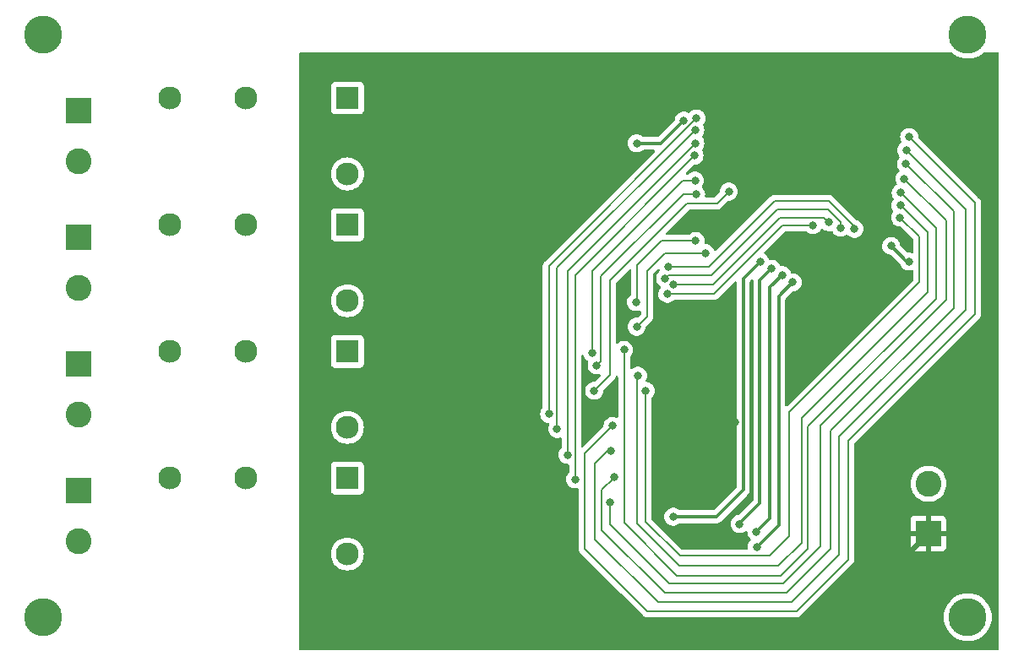
<source format=gbr>
%TF.GenerationSoftware,KiCad,Pcbnew,7.0.6*%
%TF.CreationDate,2023-08-03T00:29:09-04:00*%
%TF.ProjectId,esp32_rele_v1,65737033-325f-4726-956c-655f76312e6b,rev?*%
%TF.SameCoordinates,Original*%
%TF.FileFunction,Copper,L2,Bot*%
%TF.FilePolarity,Positive*%
%FSLAX46Y46*%
G04 Gerber Fmt 4.6, Leading zero omitted, Abs format (unit mm)*
G04 Created by KiCad (PCBNEW 7.0.6) date 2023-08-03 00:29:09*
%MOMM*%
%LPD*%
G01*
G04 APERTURE LIST*
%TA.AperFunction,ComponentPad*%
%ADD10R,2.300000X2.300000*%
%TD*%
%TA.AperFunction,ComponentPad*%
%ADD11C,2.300000*%
%TD*%
%TA.AperFunction,ComponentPad*%
%ADD12R,2.600000X2.600000*%
%TD*%
%TA.AperFunction,ComponentPad*%
%ADD13C,2.600000*%
%TD*%
%TA.AperFunction,ComponentPad*%
%ADD14C,3.800000*%
%TD*%
%TA.AperFunction,ViaPad*%
%ADD15C,0.800000*%
%TD*%
%TA.AperFunction,Conductor*%
%ADD16C,0.300000*%
%TD*%
%TA.AperFunction,Conductor*%
%ADD17C,0.500000*%
%TD*%
%TA.AperFunction,Conductor*%
%ADD18C,0.200000*%
%TD*%
G04 APERTURE END LIST*
D10*
%TO.P,K1,1*%
%TO.N,Net-(D5-K)*%
X34275000Y-22870000D03*
D11*
%TO.P,K1,2*%
%TO.N,/K2-in*%
X24115000Y-22870000D03*
%TO.P,K1,3*%
%TO.N,/K2-out*%
X16495000Y-22870000D03*
%TO.P,K1,5*%
%TO.N,+5V*%
X34275000Y-30490000D03*
%TD*%
D12*
%TO.P,J5,1,Pin_1*%
%TO.N,/K3-out*%
X7315000Y-36870000D03*
D13*
%TO.P,J5,2,Pin_2*%
%TO.N,/K3-in*%
X7315000Y-41870000D03*
%TD*%
D14*
%TO.P,H2,2*%
%TO.N,N/C*%
X96450000Y-3810000D03*
%TD*%
%TO.P,H1,1*%
%TO.N,N/C*%
X3810000Y-3810000D03*
%TD*%
D12*
%TO.P,J1,1,Pin_1*%
%TO.N,GND*%
X92505000Y-53840000D03*
D13*
%TO.P,J1,2,Pin_2*%
%TO.N,/V_EXT*%
X92505000Y-48840000D03*
%TD*%
D10*
%TO.P,K2,1*%
%TO.N,Net-(D10-A)*%
X34275000Y-35570000D03*
D11*
%TO.P,K2,2*%
%TO.N,/K3-in*%
X24115000Y-35570000D03*
%TO.P,K2,3*%
%TO.N,/K3-out*%
X16495000Y-35570000D03*
%TO.P,K2,5*%
%TO.N,+5V*%
X34275000Y-43190000D03*
%TD*%
D12*
%TO.P,J8,1,Pin_1*%
%TO.N,/K2-out*%
X7315000Y-24170000D03*
D13*
%TO.P,J8,2,Pin_2*%
%TO.N,/K2-in*%
X7315000Y-29170000D03*
%TD*%
D12*
%TO.P,J7,1,Pin_1*%
%TO.N,/K1-out*%
X7315000Y-11470000D03*
D13*
%TO.P,J7,2,Pin_2*%
%TO.N,/K1-in*%
X7315000Y-16470000D03*
%TD*%
D10*
%TO.P,K4,1*%
%TO.N,Net-(D12-A)*%
X34275000Y-48270000D03*
D11*
%TO.P,K4,2*%
%TO.N,/K4-in*%
X24115000Y-48270000D03*
%TO.P,K4,3*%
%TO.N,/K4-out*%
X16495000Y-48270000D03*
%TO.P,K4,5*%
%TO.N,+5V*%
X34275000Y-55890000D03*
%TD*%
D14*
%TO.P,H3,3*%
%TO.N,N/C*%
X96450000Y-62230000D03*
%TD*%
D10*
%TO.P,K3,1*%
%TO.N,Net-(D11-A)*%
X34290000Y-10160000D03*
D11*
%TO.P,K3,2*%
%TO.N,/K1-in*%
X24130000Y-10160000D03*
%TO.P,K3,3*%
%TO.N,/K1-out*%
X16510000Y-10160000D03*
%TO.P,K3,5*%
%TO.N,+5V*%
X34290000Y-17780000D03*
%TD*%
D12*
%TO.P,J6,1,Pin_1*%
%TO.N,/K4-out*%
X7315000Y-49570000D03*
D13*
%TO.P,J6,2,Pin_2*%
%TO.N,/K4-in*%
X7315000Y-54570000D03*
%TD*%
D14*
%TO.P,H4,4*%
%TO.N,N/C*%
X3810000Y-62230000D03*
%TD*%
D15*
%TO.N,GND*%
X89712800Y-45821600D03*
X93726000Y-45796200D03*
X83032600Y-18313400D03*
X79768700Y-18313400D03*
X76504800Y-18313400D03*
%TO.N,/GPIO0*%
X90551000Y-26568400D03*
X88773000Y-24993600D03*
%TO.N,/CHIP_PU*%
X63271400Y-14706600D03*
X67983100Y-12433300D03*
%TO.N,GND*%
X70612000Y-63500000D03*
X73152000Y-42672000D03*
X70104000Y-42672000D03*
%TO.N,/GPIO_10*%
X66929000Y-52146200D03*
X75641200Y-26568400D03*
%TO.N,/GPIO_11*%
X76784200Y-27305000D03*
X73583800Y-52882800D03*
%TO.N,/GPIO_12*%
X77851000Y-27914600D03*
X75260200Y-53670200D03*
%TO.N,/GPIO_13*%
X75285600Y-55180000D03*
X78892400Y-28651200D03*
%TO.N,/GPIO_39*%
X60604400Y-50723800D03*
X90093800Y-18262600D03*
%TO.N,/GPIO_40*%
X90246200Y-16764000D03*
X61010800Y-48183800D03*
%TO.N,/GPIO_41*%
X60655200Y-45567600D03*
X90271600Y-15417800D03*
%TO.N,/GPIO_42*%
X60858400Y-43053000D03*
X90576400Y-14071600D03*
%TO.N,/GPIO_35*%
X64185800Y-39547800D03*
X89662000Y-22148800D03*
%TO.N,/GPIO_36*%
X63398400Y-37998400D03*
X89712800Y-20955000D03*
%TO.N,/GPIO_37*%
X89733200Y-19680000D03*
X62001400Y-35433000D03*
%TO.N,/GPIO_19*%
X69164200Y-24511000D03*
X63195200Y-30632400D03*
%TO.N,/GPIO_15*%
X69062600Y-15951200D03*
X57099200Y-48412400D03*
%TO.N,/GPIO_07*%
X69138800Y-14706600D03*
X56337200Y-45948600D03*
%TO.N,/GPIO_06*%
X69138800Y-13360400D03*
X55295800Y-43357800D03*
%TO.N,/GPIO_05*%
X54508400Y-41859200D03*
X69265800Y-12217400D03*
%TO.N,/GPIO_04*%
X72491600Y-19558000D03*
X59004200Y-39522400D03*
%TO.N,/GPIO_18*%
X69215000Y-19812000D03*
X59258200Y-36982400D03*
%TO.N,/GPIO_17*%
X69113400Y-18440400D03*
X58801000Y-35712400D03*
%TO.N,/GPIO_20*%
X70180200Y-25730200D03*
X63271400Y-33096200D03*
%TO.N,/GPIO_14*%
X80924400Y-22910800D03*
X66344800Y-29819600D03*
%TO.N,/GPIO_21*%
X82550000Y-22631400D03*
X66979800Y-28854400D03*
%TO.N,/GPIO_47*%
X66116200Y-28244800D03*
X83718400Y-23164800D03*
%TO.N,/GPIO_48*%
X85090000Y-23291800D03*
X66395600Y-27076400D03*
%TD*%
D16*
%TO.N,/GPIO0*%
X90551000Y-26568400D02*
X90347800Y-26568400D01*
X90347800Y-26568400D02*
X88773000Y-24993600D01*
%TO.N,/CHIP_PU*%
X67983100Y-12433300D02*
X65709800Y-14706600D01*
X65709800Y-14706600D02*
X63271400Y-14706600D01*
D17*
%TO.N,GND*%
X92505000Y-53840000D02*
X82845000Y-63500000D01*
X82845000Y-63500000D02*
X70612000Y-63500000D01*
D16*
%TO.N,/GPIO_10*%
X66929000Y-52146200D02*
X71272400Y-52146200D01*
X73939400Y-28270200D02*
X75641200Y-26568400D01*
X71272400Y-52146200D02*
X73939400Y-49479200D01*
X73939400Y-49479200D02*
X73939400Y-28270200D01*
%TO.N,/GPIO_11*%
X75615800Y-50774600D02*
X73583800Y-52806600D01*
X75615800Y-28473400D02*
X75615800Y-50774600D01*
X76784200Y-27305000D02*
X75615800Y-28473400D01*
X73583800Y-52806600D02*
X73583800Y-52882800D01*
%TO.N,/GPIO_12*%
X76606400Y-52324000D02*
X75260200Y-53670200D01*
X77851000Y-27914600D02*
X76606400Y-29159200D01*
X76606400Y-29159200D02*
X76606400Y-52324000D01*
%TO.N,/GPIO_13*%
X77495400Y-30048200D02*
X77495400Y-52970200D01*
X78892400Y-28651200D02*
X77495400Y-30048200D01*
X77495400Y-52970200D02*
X75285600Y-55180000D01*
D18*
%TO.N,/GPIO_39*%
X94259400Y-30429200D02*
X81661000Y-43027600D01*
X90093800Y-18262600D02*
X94259400Y-22428200D01*
X81661000Y-55143400D02*
X77927200Y-58877200D01*
X60604400Y-52933600D02*
X60604400Y-50723800D01*
X81661000Y-43027600D02*
X81661000Y-55143400D01*
X66548000Y-58877200D02*
X60604400Y-52933600D01*
X77927200Y-58877200D02*
X66548000Y-58877200D01*
X94259400Y-22428200D02*
X94259400Y-30429200D01*
%TO.N,/GPIO_40*%
X61010800Y-48234600D02*
X61010800Y-48183800D01*
X59766200Y-53492400D02*
X59766200Y-49479200D01*
X95021400Y-21539200D02*
X95021400Y-31216600D01*
X95021400Y-31216600D02*
X82727800Y-43510200D01*
X90246200Y-16764000D02*
X95021400Y-21539200D01*
X66065400Y-59791600D02*
X59766200Y-53492400D01*
X78282800Y-59791600D02*
X66065400Y-59791600D01*
X59766200Y-49479200D02*
X61010800Y-48234600D01*
X82727800Y-43510200D02*
X82727800Y-55346600D01*
X82727800Y-55346600D02*
X78282800Y-59791600D01*
%TO.N,/GPIO_41*%
X59080400Y-46786800D02*
X60299600Y-45567600D01*
X83515200Y-55981600D02*
X78790800Y-60706000D01*
X78790800Y-60706000D02*
X65379600Y-60706000D01*
X96215200Y-21361400D02*
X96215200Y-31419800D01*
X83515200Y-44119800D02*
X83515200Y-55981600D01*
X60299600Y-45567600D02*
X60655200Y-45567600D01*
X96215200Y-31419800D02*
X83515200Y-44119800D01*
X65379600Y-60706000D02*
X59080400Y-54406800D01*
X59080400Y-54406800D02*
X59080400Y-46786800D01*
X90271600Y-15417800D02*
X96215200Y-21361400D01*
%TO.N,/GPIO_42*%
X97155000Y-31851600D02*
X84455000Y-44551600D01*
X84455000Y-44551600D02*
X84455000Y-56464200D01*
X79298800Y-61620400D02*
X64312800Y-61620400D01*
X58064400Y-45847000D02*
X60858400Y-43053000D01*
X84455000Y-56464200D02*
X79298800Y-61620400D01*
X58064400Y-55372000D02*
X58064400Y-45847000D01*
X90576400Y-14071600D02*
X97155000Y-20650200D01*
X64312800Y-61620400D02*
X58064400Y-55372000D01*
X97155000Y-20650200D02*
X97155000Y-31851600D01*
%TO.N,/GPIO_35*%
X64135000Y-52628800D02*
X64135000Y-39598600D01*
X78562200Y-41681400D02*
X78562200Y-54076600D01*
X78562200Y-54076600D02*
X76555600Y-56083200D01*
X76555600Y-56083200D02*
X67589400Y-56083200D01*
X89662000Y-22148800D02*
X91592400Y-24079200D01*
X91592400Y-24079200D02*
X91592400Y-28651200D01*
X67589400Y-56083200D02*
X64135000Y-52628800D01*
X64135000Y-39598600D02*
X64185800Y-39547800D01*
X91592400Y-28651200D02*
X78562200Y-41681400D01*
%TO.N,/GPIO_36*%
X67564000Y-57099200D02*
X63296800Y-52832000D01*
X63296800Y-38100000D02*
X63398400Y-37998400D01*
X79781400Y-42240200D02*
X79781400Y-54787800D01*
X79781400Y-54787800D02*
X77470000Y-57099200D01*
X92405200Y-29616400D02*
X79781400Y-42240200D01*
X92405200Y-23647400D02*
X92405200Y-29616400D01*
X77470000Y-57099200D02*
X67564000Y-57099200D01*
X63296800Y-52832000D02*
X63296800Y-38100000D01*
X89712800Y-20955000D02*
X92405200Y-23647400D01*
%TO.N,/GPIO_37*%
X93243400Y-23190200D02*
X93243400Y-30302200D01*
X77724000Y-58064400D02*
X67284600Y-58064400D01*
X93243400Y-30302200D02*
X80416400Y-43129200D01*
X80416400Y-43129200D02*
X80416400Y-55372000D01*
X80416400Y-55372000D02*
X77724000Y-58064400D01*
X89733200Y-19680000D02*
X93243400Y-23190200D01*
X62001400Y-52781200D02*
X62001400Y-35433000D01*
X67284600Y-58064400D02*
X62001400Y-52781200D01*
%TO.N,/GPIO_19*%
X63195200Y-30632400D02*
X63296800Y-30530800D01*
X63296800Y-30505400D02*
X63322200Y-30480000D01*
X65760600Y-24511000D02*
X69164200Y-24511000D01*
X63322200Y-30480000D02*
X63322200Y-26949400D01*
X63296800Y-30530800D02*
X63296800Y-30505400D01*
X63322200Y-26949400D02*
X65760600Y-24511000D01*
%TO.N,/GPIO_15*%
X57099200Y-27914600D02*
X57099200Y-48412400D01*
X69062600Y-15951200D02*
X57099200Y-27914600D01*
%TO.N,/GPIO_07*%
X69138800Y-14706600D02*
X56337200Y-27508200D01*
X56337200Y-27508200D02*
X56337200Y-45948600D01*
%TO.N,/GPIO_06*%
X55295800Y-27203400D02*
X55295800Y-43357800D01*
X69138800Y-13360400D02*
X55295800Y-27203400D01*
%TO.N,/GPIO_05*%
X54457600Y-27025600D02*
X54457600Y-41808400D01*
X54457600Y-41808400D02*
X54508400Y-41859200D01*
X69265800Y-12217400D02*
X54457600Y-27025600D01*
%TO.N,/GPIO_04*%
X68300600Y-20726400D02*
X60579000Y-28448000D01*
X71323200Y-20726400D02*
X68300600Y-20726400D01*
X72491600Y-19558000D02*
X71323200Y-20726400D01*
X60579000Y-28448000D02*
X60579000Y-37947600D01*
X60579000Y-37947600D02*
X59004200Y-39522400D01*
%TO.N,/GPIO_18*%
X59690000Y-28067000D02*
X59690000Y-36550600D01*
X59690000Y-36550600D02*
X59258200Y-36982400D01*
X67945000Y-19812000D02*
X59690000Y-28067000D01*
X69215000Y-19812000D02*
X67945000Y-19812000D01*
%TO.N,/GPIO_17*%
X69113400Y-18440400D02*
X67894200Y-18440400D01*
X67894200Y-18440400D02*
X58826400Y-27508200D01*
X58826400Y-27508200D02*
X58826400Y-35687000D01*
X58826400Y-35687000D02*
X58801000Y-35712400D01*
%TO.N,/GPIO_20*%
X70180200Y-25730200D02*
X66103500Y-25730200D01*
X64312800Y-32105600D02*
X63322200Y-33096200D01*
X64312800Y-27520900D02*
X64312800Y-32105600D01*
X66103500Y-25730200D02*
X64312800Y-27520900D01*
X63322200Y-33096200D02*
X63271400Y-33096200D01*
%TO.N,/GPIO_14*%
X77901800Y-22910800D02*
X80924400Y-22910800D01*
X70993000Y-29819600D02*
X77901800Y-22910800D01*
X66344800Y-29819600D02*
X70993000Y-29819600D01*
%TO.N,/GPIO_21*%
X70916800Y-28854400D02*
X77622400Y-22148800D01*
X66979800Y-28854400D02*
X70916800Y-28854400D01*
X82473800Y-22631400D02*
X82550000Y-22631400D01*
X81991200Y-22148800D02*
X82473800Y-22631400D01*
X77622400Y-22148800D02*
X81991200Y-22148800D01*
%TO.N,/GPIO_47*%
X83693000Y-22631400D02*
X83693000Y-23139400D01*
X77393800Y-21336000D02*
X82397600Y-21336000D01*
X70764400Y-27965400D02*
X77393800Y-21336000D01*
X66116200Y-28244800D02*
X66395600Y-27965400D01*
X82397600Y-21336000D02*
X83693000Y-22631400D01*
X83693000Y-23139400D02*
X83718400Y-23164800D01*
X66395600Y-27965400D02*
X70764400Y-27965400D01*
%TO.N,/GPIO_48*%
X77089000Y-20472400D02*
X82499200Y-20472400D01*
X82499200Y-20472400D02*
X85090000Y-23063200D01*
X70485000Y-27076400D02*
X77089000Y-20472400D01*
X85090000Y-23063200D02*
X85090000Y-23291800D01*
X66395600Y-27076400D02*
X70485000Y-27076400D01*
%TD*%
%TA.AperFunction,Conductor*%
%TO.N,GND*%
G36*
X65475382Y-27310065D02*
G01*
X65531315Y-27351937D01*
X65549978Y-27387927D01*
X65562929Y-27427784D01*
X65564926Y-27497625D01*
X65528846Y-27557459D01*
X65517889Y-27566419D01*
X65510328Y-27571912D01*
X65383666Y-27712585D01*
X65289021Y-27876515D01*
X65289018Y-27876522D01*
X65235133Y-28042365D01*
X65230526Y-28056544D01*
X65210740Y-28244800D01*
X65230526Y-28433056D01*
X65230527Y-28433059D01*
X65289018Y-28613077D01*
X65289021Y-28613084D01*
X65383667Y-28777016D01*
X65508293Y-28915427D01*
X65510329Y-28917688D01*
X65661771Y-29027717D01*
X65704437Y-29083047D01*
X65710416Y-29152660D01*
X65681037Y-29211006D01*
X65612266Y-29287385D01*
X65517621Y-29451315D01*
X65517618Y-29451322D01*
X65484083Y-29554534D01*
X65459126Y-29631344D01*
X65439340Y-29819600D01*
X65459126Y-30007856D01*
X65459127Y-30007859D01*
X65517618Y-30187877D01*
X65517621Y-30187884D01*
X65612267Y-30351816D01*
X65736689Y-30490000D01*
X65738929Y-30492488D01*
X65892065Y-30603748D01*
X65892070Y-30603751D01*
X66064992Y-30680742D01*
X66064997Y-30680744D01*
X66250154Y-30720100D01*
X66250155Y-30720100D01*
X66439444Y-30720100D01*
X66439446Y-30720100D01*
X66624603Y-30680744D01*
X66797530Y-30603751D01*
X66950671Y-30492488D01*
X66978908Y-30461127D01*
X67038395Y-30424479D01*
X67071058Y-30420100D01*
X70949572Y-30420100D01*
X70957670Y-30420630D01*
X70993000Y-30425282D01*
X70993001Y-30425282D01*
X71045253Y-30418402D01*
X71149762Y-30404644D01*
X71295841Y-30344136D01*
X71350493Y-30302200D01*
X71421282Y-30247882D01*
X71442984Y-30219598D01*
X71448310Y-30213523D01*
X73077220Y-28584613D01*
X73138542Y-28551130D01*
X73208234Y-28556114D01*
X73264167Y-28597986D01*
X73288584Y-28663450D01*
X73288900Y-28672296D01*
X73288900Y-49158392D01*
X73269215Y-49225431D01*
X73252581Y-49246073D01*
X71039273Y-51459381D01*
X70977950Y-51492866D01*
X70951592Y-51495700D01*
X67605975Y-51495700D01*
X67538936Y-51476015D01*
X67533090Y-51472018D01*
X67381734Y-51362051D01*
X67381729Y-51362048D01*
X67208807Y-51285057D01*
X67208802Y-51285055D01*
X67063000Y-51254065D01*
X67023646Y-51245700D01*
X66834354Y-51245700D01*
X66801897Y-51252598D01*
X66649197Y-51285055D01*
X66649192Y-51285057D01*
X66476270Y-51362048D01*
X66476265Y-51362051D01*
X66323129Y-51473311D01*
X66196466Y-51613985D01*
X66101821Y-51777915D01*
X66101818Y-51777922D01*
X66043764Y-51956596D01*
X66043326Y-51957944D01*
X66023540Y-52146200D01*
X66043326Y-52334456D01*
X66043327Y-52334459D01*
X66101818Y-52514477D01*
X66101821Y-52514484D01*
X66196467Y-52678416D01*
X66300357Y-52793797D01*
X66323129Y-52819088D01*
X66476265Y-52930348D01*
X66476270Y-52930351D01*
X66649192Y-53007342D01*
X66649197Y-53007344D01*
X66834354Y-53046700D01*
X66834355Y-53046700D01*
X67023644Y-53046700D01*
X67023646Y-53046700D01*
X67208803Y-53007344D01*
X67381730Y-52930351D01*
X67533089Y-52820382D01*
X67598896Y-52796902D01*
X67605975Y-52796700D01*
X71186895Y-52796700D01*
X71202905Y-52798467D01*
X71202928Y-52798226D01*
X71210689Y-52798958D01*
X71210696Y-52798960D01*
X71282603Y-52796700D01*
X71313325Y-52796700D01*
X71320590Y-52795781D01*
X71326416Y-52795322D01*
X71374969Y-52793797D01*
X71395356Y-52787873D01*
X71414396Y-52783931D01*
X71435458Y-52781271D01*
X71480635Y-52763383D01*
X71486135Y-52761500D01*
X71532798Y-52747944D01*
X71551065Y-52737139D01*
X71568536Y-52728580D01*
X71588271Y-52720768D01*
X71627577Y-52692210D01*
X71632443Y-52689013D01*
X71674265Y-52664281D01*
X71689270Y-52649275D01*
X71704068Y-52636636D01*
X71721237Y-52624163D01*
X71752209Y-52586722D01*
X71756123Y-52582421D01*
X74338913Y-49999631D01*
X74351479Y-49989565D01*
X74351325Y-49989378D01*
X74357337Y-49984404D01*
X74357337Y-49984403D01*
X74357340Y-49984402D01*
X74406590Y-49931955D01*
X74428312Y-49910234D01*
X74432802Y-49904444D01*
X74436584Y-49900014D01*
X74469848Y-49864593D01*
X74480074Y-49845989D01*
X74490747Y-49829741D01*
X74503763Y-49812963D01*
X74523051Y-49768387D01*
X74525624Y-49763136D01*
X74532400Y-49750811D01*
X74549027Y-49720568D01*
X74554304Y-49700008D01*
X74560606Y-49681603D01*
X74569036Y-49662126D01*
X74576635Y-49614145D01*
X74577817Y-49608434D01*
X74589900Y-49561377D01*
X74589900Y-49540154D01*
X74591427Y-49520755D01*
X74594747Y-49499795D01*
X74590175Y-49451427D01*
X74589900Y-49445589D01*
X74589900Y-28591008D01*
X74609585Y-28523969D01*
X74626213Y-28503332D01*
X74749621Y-28379924D01*
X74810940Y-28346442D01*
X74880632Y-28351426D01*
X74936566Y-28393297D01*
X74960749Y-28455937D01*
X74965025Y-28501167D01*
X74965300Y-28507005D01*
X74965300Y-50453790D01*
X74945615Y-50520829D01*
X74928981Y-50541471D01*
X73513856Y-51956596D01*
X73452533Y-51990081D01*
X73451957Y-51990205D01*
X73303996Y-52021656D01*
X73303992Y-52021657D01*
X73131070Y-52098648D01*
X73131065Y-52098651D01*
X72977929Y-52209911D01*
X72851266Y-52350585D01*
X72756621Y-52514515D01*
X72756618Y-52514522D01*
X72698881Y-52692219D01*
X72698126Y-52694544D01*
X72678340Y-52882800D01*
X72698126Y-53071056D01*
X72698127Y-53071059D01*
X72756618Y-53251077D01*
X72756621Y-53251084D01*
X72851267Y-53415016D01*
X72977445Y-53555151D01*
X72977929Y-53555688D01*
X73131065Y-53666948D01*
X73131070Y-53666951D01*
X73303992Y-53743942D01*
X73303997Y-53743944D01*
X73489154Y-53783300D01*
X73489155Y-53783300D01*
X73678444Y-53783300D01*
X73678446Y-53783300D01*
X73863603Y-53743944D01*
X74036530Y-53666951D01*
X74158094Y-53578629D01*
X74223896Y-53555151D01*
X74291950Y-53570976D01*
X74340645Y-53621081D01*
X74354297Y-53665987D01*
X74354739Y-53670200D01*
X74354740Y-53670200D01*
X74374526Y-53858456D01*
X74374527Y-53858459D01*
X74433018Y-54038477D01*
X74433021Y-54038484D01*
X74527667Y-54202416D01*
X74629423Y-54315427D01*
X74654331Y-54343090D01*
X74657766Y-54346183D01*
X74694417Y-54405668D01*
X74693089Y-54475525D01*
X74666947Y-54521307D01*
X74553066Y-54647785D01*
X74458421Y-54811715D01*
X74458418Y-54811722D01*
X74399927Y-54991740D01*
X74399926Y-54991744D01*
X74380140Y-55180000D01*
X74397559Y-55345740D01*
X74384990Y-55414468D01*
X74337258Y-55465492D01*
X74274239Y-55482700D01*
X67889497Y-55482700D01*
X67822458Y-55463015D01*
X67801816Y-55446381D01*
X64771819Y-52416384D01*
X64738334Y-52355061D01*
X64735500Y-52328703D01*
X64735500Y-40324679D01*
X64755185Y-40257640D01*
X64786617Y-40224359D01*
X64791671Y-40220688D01*
X64918333Y-40080016D01*
X65012979Y-39916084D01*
X65071474Y-39736056D01*
X65091260Y-39547800D01*
X65071474Y-39359544D01*
X65012979Y-39179516D01*
X64918333Y-39015584D01*
X64791671Y-38874912D01*
X64756711Y-38849512D01*
X64638534Y-38763651D01*
X64638529Y-38763648D01*
X64465607Y-38686657D01*
X64465602Y-38686655D01*
X64319801Y-38655665D01*
X64280446Y-38647300D01*
X64278340Y-38647300D01*
X64277165Y-38646955D01*
X64273978Y-38646620D01*
X64274039Y-38646037D01*
X64211301Y-38627615D01*
X64165546Y-38574811D01*
X64155602Y-38505653D01*
X64170952Y-38461301D01*
X64194900Y-38419821D01*
X64225579Y-38366684D01*
X64284074Y-38186656D01*
X64303860Y-37998400D01*
X64284074Y-37810144D01*
X64225579Y-37630116D01*
X64130933Y-37466184D01*
X64004271Y-37325512D01*
X64004270Y-37325511D01*
X63851134Y-37214251D01*
X63851129Y-37214248D01*
X63678207Y-37137257D01*
X63678202Y-37137255D01*
X63532401Y-37106265D01*
X63493046Y-37097900D01*
X63303754Y-37097900D01*
X63271297Y-37104798D01*
X63118597Y-37137255D01*
X63118592Y-37137257D01*
X62945670Y-37214248D01*
X62945665Y-37214251D01*
X62798784Y-37320967D01*
X62732978Y-37344447D01*
X62664924Y-37328621D01*
X62616229Y-37278516D01*
X62601899Y-37220649D01*
X62601899Y-36159453D01*
X62621584Y-36092414D01*
X62633749Y-36076481D01*
X62733933Y-35965216D01*
X62828579Y-35801284D01*
X62887074Y-35621256D01*
X62906860Y-35433000D01*
X62887074Y-35244744D01*
X62828579Y-35064716D01*
X62733933Y-34900784D01*
X62607271Y-34760112D01*
X62513940Y-34692303D01*
X62454134Y-34648851D01*
X62454129Y-34648848D01*
X62281207Y-34571857D01*
X62281202Y-34571855D01*
X62135401Y-34540865D01*
X62096046Y-34532500D01*
X61906754Y-34532500D01*
X61874297Y-34539398D01*
X61721597Y-34571855D01*
X61721592Y-34571857D01*
X61548670Y-34648848D01*
X61548665Y-34648851D01*
X61395529Y-34760111D01*
X61390700Y-34764460D01*
X61389871Y-34763539D01*
X61336155Y-34796628D01*
X61266298Y-34795293D01*
X61208252Y-34756402D01*
X61180447Y-34692303D01*
X61179500Y-34677005D01*
X61179500Y-28748097D01*
X61199185Y-28681058D01*
X61215819Y-28660416D01*
X62510019Y-27366216D01*
X62571342Y-27332731D01*
X62641034Y-27337715D01*
X62696967Y-27379587D01*
X62721384Y-27445051D01*
X62721700Y-27453897D01*
X62721700Y-29800158D01*
X62702015Y-29867197D01*
X62670585Y-29900476D01*
X62589329Y-29959511D01*
X62462666Y-30100185D01*
X62368021Y-30264115D01*
X62368018Y-30264122D01*
X62309527Y-30444140D01*
X62309526Y-30444144D01*
X62289740Y-30632400D01*
X62309526Y-30820656D01*
X62309527Y-30820659D01*
X62368018Y-31000677D01*
X62368021Y-31000684D01*
X62462667Y-31164616D01*
X62532005Y-31241623D01*
X62589329Y-31305288D01*
X62742465Y-31416548D01*
X62742470Y-31416551D01*
X62915392Y-31493542D01*
X62915397Y-31493544D01*
X63100554Y-31532900D01*
X63100555Y-31532900D01*
X63289844Y-31532900D01*
X63289846Y-31532900D01*
X63475003Y-31493544D01*
X63537864Y-31465555D01*
X63607113Y-31456270D01*
X63670390Y-31485898D01*
X63707604Y-31545033D01*
X63712300Y-31578835D01*
X63712300Y-31805502D01*
X63692615Y-31872541D01*
X63675981Y-31893183D01*
X63409783Y-32159381D01*
X63348460Y-32192866D01*
X63322102Y-32195700D01*
X63176754Y-32195700D01*
X63144297Y-32202598D01*
X62991597Y-32235055D01*
X62991592Y-32235057D01*
X62818670Y-32312048D01*
X62818665Y-32312051D01*
X62665529Y-32423311D01*
X62538866Y-32563985D01*
X62444221Y-32727915D01*
X62444218Y-32727922D01*
X62385727Y-32907940D01*
X62385726Y-32907944D01*
X62365940Y-33096200D01*
X62385726Y-33284456D01*
X62385727Y-33284459D01*
X62444218Y-33464477D01*
X62444221Y-33464484D01*
X62538867Y-33628416D01*
X62665529Y-33769088D01*
X62818665Y-33880348D01*
X62818670Y-33880351D01*
X62991592Y-33957342D01*
X62991597Y-33957344D01*
X63176754Y-33996700D01*
X63176755Y-33996700D01*
X63366044Y-33996700D01*
X63366046Y-33996700D01*
X63551203Y-33957344D01*
X63724130Y-33880351D01*
X63877271Y-33769088D01*
X64003933Y-33628416D01*
X64098579Y-33464484D01*
X64157074Y-33284456D01*
X64172907Y-33133804D01*
X64199491Y-33069191D01*
X64208538Y-33059095D01*
X64706722Y-32560911D01*
X64712799Y-32555583D01*
X64741082Y-32533882D01*
X64837336Y-32408441D01*
X64897844Y-32262362D01*
X64913300Y-32144961D01*
X64918482Y-32105600D01*
X64913830Y-32070269D01*
X64913300Y-32062171D01*
X64913300Y-27820995D01*
X64932985Y-27753956D01*
X64949614Y-27733319D01*
X65344369Y-27338564D01*
X65405690Y-27305081D01*
X65475382Y-27310065D01*
G37*
%TD.AperFunction*%
%TA.AperFunction,Conductor*%
G36*
X57904903Y-35926219D02*
G01*
X57941631Y-35981614D01*
X57973818Y-36080678D01*
X57973821Y-36080684D01*
X58068467Y-36244616D01*
X58195128Y-36385288D01*
X58195129Y-36385288D01*
X58348265Y-36496548D01*
X58348267Y-36496549D01*
X58348270Y-36496551D01*
X58351933Y-36498182D01*
X58353707Y-36499690D01*
X58353893Y-36499797D01*
X58353873Y-36499830D01*
X58405170Y-36543428D01*
X58425495Y-36610276D01*
X58419432Y-36649780D01*
X58372527Y-36794140D01*
X58372526Y-36794144D01*
X58352740Y-36982400D01*
X58372526Y-37170656D01*
X58372527Y-37170659D01*
X58431018Y-37350677D01*
X58431021Y-37350684D01*
X58525667Y-37514616D01*
X58652329Y-37655287D01*
X58652329Y-37655288D01*
X58805465Y-37766548D01*
X58805470Y-37766551D01*
X58978392Y-37843542D01*
X58978397Y-37843544D01*
X59163554Y-37882900D01*
X59163555Y-37882900D01*
X59352844Y-37882900D01*
X59352846Y-37882900D01*
X59504204Y-37850728D01*
X59573870Y-37856044D01*
X59629604Y-37898181D01*
X59653709Y-37963761D01*
X59638532Y-38031962D01*
X59617665Y-38059699D01*
X59091784Y-38585581D01*
X59030461Y-38619066D01*
X59004103Y-38621900D01*
X58909554Y-38621900D01*
X58882667Y-38627615D01*
X58724397Y-38661255D01*
X58724392Y-38661257D01*
X58551470Y-38738248D01*
X58551465Y-38738251D01*
X58398329Y-38849511D01*
X58271666Y-38990185D01*
X58177021Y-39154115D01*
X58177018Y-39154122D01*
X58118527Y-39334140D01*
X58118526Y-39334144D01*
X58098740Y-39522400D01*
X58118526Y-39710656D01*
X58118527Y-39710659D01*
X58177018Y-39890677D01*
X58177021Y-39890684D01*
X58271667Y-40054616D01*
X58398329Y-40195287D01*
X58398329Y-40195288D01*
X58551465Y-40306548D01*
X58551470Y-40306551D01*
X58724392Y-40383542D01*
X58724397Y-40383544D01*
X58909554Y-40422900D01*
X58909555Y-40422900D01*
X59098844Y-40422900D01*
X59098846Y-40422900D01*
X59284003Y-40383544D01*
X59456930Y-40306551D01*
X59610071Y-40195288D01*
X59736733Y-40054616D01*
X59831379Y-39890684D01*
X59889874Y-39710656D01*
X59909660Y-39522400D01*
X59909660Y-39522397D01*
X59909660Y-39517535D01*
X59929345Y-39450496D01*
X59945974Y-39429859D01*
X60972922Y-38402911D01*
X60978999Y-38397583D01*
X61007282Y-38375882D01*
X61103536Y-38250441D01*
X61162340Y-38108475D01*
X61206178Y-38054074D01*
X61272472Y-38032009D01*
X61340172Y-38049288D01*
X61387783Y-38100425D01*
X61400899Y-38155930D01*
X61400900Y-42117873D01*
X61381215Y-42184912D01*
X61328411Y-42230667D01*
X61259253Y-42240611D01*
X61226464Y-42231152D01*
X61138207Y-42191857D01*
X61138202Y-42191855D01*
X60992400Y-42160865D01*
X60953046Y-42152500D01*
X60763754Y-42152500D01*
X60731297Y-42159398D01*
X60578597Y-42191855D01*
X60578592Y-42191857D01*
X60405670Y-42268848D01*
X60405665Y-42268851D01*
X60252529Y-42380111D01*
X60125866Y-42520785D01*
X60031221Y-42684715D01*
X60031218Y-42684722D01*
X59972727Y-42864740D01*
X59972726Y-42864744D01*
X59959612Y-42989518D01*
X59952940Y-43053002D01*
X59952940Y-43057862D01*
X59933255Y-43124901D01*
X59916621Y-43145543D01*
X57911381Y-45150783D01*
X57850058Y-45184268D01*
X57780366Y-45179284D01*
X57724433Y-45137412D01*
X57700016Y-45071948D01*
X57699700Y-45063102D01*
X57699700Y-36019932D01*
X57719385Y-35952893D01*
X57772189Y-35907138D01*
X57841347Y-35897194D01*
X57904903Y-35926219D01*
G37*
%TD.AperFunction*%
%TA.AperFunction,Conductor*%
G36*
X65982913Y-5607685D02*
G01*
X66003576Y-5624339D01*
X66009617Y-5630383D01*
X66010000Y-5630541D01*
X66010002Y-5630539D01*
X66034616Y-5630524D01*
X66034616Y-5630528D01*
X66034760Y-5630500D01*
X93025240Y-5630500D01*
X93025383Y-5630528D01*
X93025384Y-5630524D01*
X93049997Y-5630539D01*
X93050000Y-5630541D01*
X93050383Y-5630383D01*
X93050383Y-5630381D01*
X93056424Y-5624339D01*
X93117740Y-5590840D01*
X93144126Y-5588000D01*
X94787585Y-5588000D01*
X94854624Y-5607685D01*
X94872465Y-5621605D01*
X94916838Y-5663274D01*
X94916840Y-5663275D01*
X94916845Y-5663280D01*
X95161193Y-5840808D01*
X95161198Y-5840810D01*
X95161205Y-5840816D01*
X95425896Y-5986332D01*
X95425901Y-5986334D01*
X95425903Y-5986335D01*
X95425904Y-5986336D01*
X95706734Y-6097524D01*
X95706737Y-6097525D01*
X95804259Y-6122564D01*
X95999302Y-6172642D01*
X96146039Y-6191179D01*
X96298963Y-6210499D01*
X96298969Y-6210499D01*
X96298973Y-6210500D01*
X96298975Y-6210500D01*
X96601025Y-6210500D01*
X96601027Y-6210500D01*
X96601032Y-6210499D01*
X96601036Y-6210499D01*
X96680591Y-6200448D01*
X96900698Y-6172642D01*
X97193262Y-6097525D01*
X97193265Y-6097524D01*
X97474095Y-5986336D01*
X97474096Y-5986335D01*
X97474094Y-5986335D01*
X97474104Y-5986332D01*
X97738795Y-5840816D01*
X97983162Y-5663274D01*
X98027532Y-5621607D01*
X98089876Y-5590066D01*
X98112415Y-5588000D01*
X99444000Y-5588000D01*
X99511039Y-5607685D01*
X99556794Y-5660489D01*
X99568000Y-5712000D01*
X99568000Y-65408000D01*
X99548315Y-65475039D01*
X99495511Y-65520794D01*
X99444000Y-65532000D01*
X29588000Y-65532000D01*
X29520961Y-65512315D01*
X29475206Y-65459511D01*
X29464000Y-65408000D01*
X29464000Y-62230005D01*
X94044754Y-62230005D01*
X94063718Y-62531446D01*
X94063719Y-62531453D01*
X94120320Y-62828164D01*
X94213659Y-63115431D01*
X94213661Y-63115436D01*
X94342265Y-63388732D01*
X94342268Y-63388738D01*
X94504111Y-63643763D01*
X94696652Y-63876505D01*
X94916836Y-64083272D01*
X94916846Y-64083280D01*
X95161193Y-64260808D01*
X95161198Y-64260810D01*
X95161205Y-64260816D01*
X95425896Y-64406332D01*
X95425901Y-64406334D01*
X95425903Y-64406335D01*
X95425904Y-64406336D01*
X95706734Y-64517524D01*
X95706737Y-64517525D01*
X95804259Y-64542563D01*
X95999302Y-64592642D01*
X96146039Y-64611179D01*
X96298963Y-64630499D01*
X96298969Y-64630499D01*
X96298973Y-64630500D01*
X96298975Y-64630500D01*
X96601025Y-64630500D01*
X96601027Y-64630500D01*
X96601032Y-64630499D01*
X96601036Y-64630499D01*
X96680591Y-64620448D01*
X96900698Y-64592642D01*
X97193262Y-64517525D01*
X97193265Y-64517524D01*
X97474095Y-64406336D01*
X97474096Y-64406335D01*
X97474094Y-64406335D01*
X97474104Y-64406332D01*
X97738795Y-64260816D01*
X97983162Y-64083274D01*
X98203349Y-63876504D01*
X98395885Y-63643768D01*
X98557733Y-63388736D01*
X98686341Y-63115430D01*
X98779681Y-62828160D01*
X98836280Y-62531457D01*
X98855246Y-62230000D01*
X98854673Y-62220900D01*
X98836281Y-61928553D01*
X98836280Y-61928546D01*
X98836280Y-61928543D01*
X98779681Y-61631840D01*
X98686341Y-61344570D01*
X98557733Y-61071264D01*
X98395885Y-60816232D01*
X98203349Y-60583496D01*
X97983162Y-60376726D01*
X97983159Y-60376724D01*
X97983153Y-60376719D01*
X97738806Y-60199191D01*
X97738799Y-60199186D01*
X97738795Y-60199184D01*
X97474104Y-60053668D01*
X97474101Y-60053666D01*
X97474096Y-60053664D01*
X97474095Y-60053663D01*
X97193265Y-59942475D01*
X97193262Y-59942474D01*
X96900695Y-59867357D01*
X96601036Y-59829500D01*
X96601027Y-59829500D01*
X96298973Y-59829500D01*
X96298963Y-59829500D01*
X95999304Y-59867357D01*
X95706737Y-59942474D01*
X95706734Y-59942475D01*
X95425904Y-60053663D01*
X95425903Y-60053664D01*
X95161205Y-60199184D01*
X95161193Y-60199191D01*
X94916846Y-60376719D01*
X94916836Y-60376727D01*
X94696652Y-60583494D01*
X94504111Y-60816236D01*
X94342268Y-61071261D01*
X94342265Y-61071267D01*
X94213661Y-61344563D01*
X94213659Y-61344568D01*
X94120320Y-61631835D01*
X94063719Y-61928546D01*
X94063718Y-61928553D01*
X94044754Y-62229994D01*
X94044754Y-62230005D01*
X29464000Y-62230005D01*
X29464000Y-55889999D01*
X32619396Y-55889999D01*
X32639778Y-56148990D01*
X32700427Y-56401610D01*
X32799843Y-56641623D01*
X32799845Y-56641627D01*
X32799846Y-56641628D01*
X32935588Y-56863140D01*
X33104311Y-57060689D01*
X33301860Y-57229412D01*
X33523372Y-57365154D01*
X33523374Y-57365154D01*
X33523376Y-57365156D01*
X33584693Y-57390554D01*
X33763390Y-57464573D01*
X34016006Y-57525221D01*
X34275000Y-57545604D01*
X34533994Y-57525221D01*
X34786610Y-57464573D01*
X35026628Y-57365154D01*
X35248140Y-57229412D01*
X35445689Y-57060689D01*
X35614412Y-56863140D01*
X35750154Y-56641628D01*
X35849573Y-56401610D01*
X35910221Y-56148994D01*
X35930604Y-55890000D01*
X35910221Y-55631006D01*
X35849573Y-55378390D01*
X35750154Y-55138372D01*
X35614412Y-54916860D01*
X35445689Y-54719311D01*
X35248140Y-54550588D01*
X35026628Y-54414846D01*
X35026627Y-54414845D01*
X35026623Y-54414843D01*
X34853389Y-54343088D01*
X34786610Y-54315427D01*
X34786611Y-54315427D01*
X34545823Y-54257619D01*
X34533994Y-54254779D01*
X34533992Y-54254778D01*
X34533991Y-54254778D01*
X34299189Y-54236299D01*
X34275000Y-54234396D01*
X34274999Y-54234396D01*
X34016009Y-54254778D01*
X33763389Y-54315427D01*
X33523376Y-54414843D01*
X33301859Y-54550588D01*
X33104311Y-54719311D01*
X32935588Y-54916859D01*
X32799843Y-55138376D01*
X32700427Y-55378389D01*
X32639778Y-55631009D01*
X32619396Y-55889999D01*
X29464000Y-55889999D01*
X29464000Y-49467870D01*
X32624500Y-49467870D01*
X32624501Y-49467876D01*
X32630908Y-49527483D01*
X32681202Y-49662328D01*
X32681206Y-49662335D01*
X32767452Y-49777544D01*
X32767455Y-49777547D01*
X32882664Y-49863793D01*
X32882671Y-49863797D01*
X33017517Y-49914091D01*
X33017516Y-49914091D01*
X33024444Y-49914835D01*
X33077127Y-49920500D01*
X35472872Y-49920499D01*
X35532483Y-49914091D01*
X35667331Y-49863796D01*
X35782546Y-49777546D01*
X35868796Y-49662331D01*
X35919091Y-49527483D01*
X35925500Y-49467873D01*
X35925499Y-47072128D01*
X35919091Y-47012517D01*
X35904389Y-46973100D01*
X35868797Y-46877671D01*
X35868793Y-46877664D01*
X35782547Y-46762455D01*
X35782544Y-46762452D01*
X35667335Y-46676206D01*
X35667328Y-46676202D01*
X35532482Y-46625908D01*
X35532483Y-46625908D01*
X35472883Y-46619501D01*
X35472881Y-46619500D01*
X35472873Y-46619500D01*
X35472864Y-46619500D01*
X33077129Y-46619500D01*
X33077123Y-46619501D01*
X33017516Y-46625908D01*
X32882671Y-46676202D01*
X32882664Y-46676206D01*
X32767455Y-46762452D01*
X32767452Y-46762455D01*
X32681206Y-46877664D01*
X32681202Y-46877671D01*
X32630908Y-47012517D01*
X32624501Y-47072116D01*
X32624501Y-47072123D01*
X32624500Y-47072135D01*
X32624500Y-49467870D01*
X29464000Y-49467870D01*
X29464000Y-43190000D01*
X32619396Y-43190000D01*
X32639778Y-43448990D01*
X32700427Y-43701610D01*
X32799843Y-43941623D01*
X32799845Y-43941627D01*
X32799846Y-43941628D01*
X32935588Y-44163140D01*
X33104311Y-44360689D01*
X33301860Y-44529412D01*
X33523372Y-44665154D01*
X33523374Y-44665154D01*
X33523376Y-44665156D01*
X33584693Y-44690554D01*
X33763390Y-44764573D01*
X34016006Y-44825221D01*
X34275000Y-44845604D01*
X34533994Y-44825221D01*
X34786610Y-44764573D01*
X35026628Y-44665154D01*
X35248140Y-44529412D01*
X35445689Y-44360689D01*
X35614412Y-44163140D01*
X35750154Y-43941628D01*
X35849573Y-43701610D01*
X35910221Y-43448994D01*
X35930604Y-43190000D01*
X35910221Y-42931006D01*
X35849573Y-42678390D01*
X35750154Y-42438372D01*
X35614412Y-42216860D01*
X35445689Y-42019311D01*
X35258223Y-41859200D01*
X53602940Y-41859200D01*
X53622726Y-42047456D01*
X53622727Y-42047459D01*
X53681218Y-42227477D01*
X53681221Y-42227484D01*
X53775867Y-42391416D01*
X53892351Y-42520784D01*
X53902529Y-42532088D01*
X54055665Y-42643348D01*
X54055670Y-42643351D01*
X54228592Y-42720342D01*
X54228597Y-42720344D01*
X54413754Y-42759700D01*
X54413755Y-42759700D01*
X54413863Y-42759723D01*
X54475345Y-42792915D01*
X54509121Y-42854078D01*
X54504469Y-42923793D01*
X54495470Y-42943012D01*
X54468620Y-42989518D01*
X54468618Y-42989522D01*
X54424631Y-43124901D01*
X54410126Y-43169544D01*
X54390340Y-43357800D01*
X54410126Y-43546056D01*
X54410127Y-43546059D01*
X54468618Y-43726077D01*
X54468621Y-43726084D01*
X54563267Y-43890016D01*
X54689928Y-44030688D01*
X54689929Y-44030688D01*
X54843065Y-44141948D01*
X54843070Y-44141951D01*
X55015992Y-44218942D01*
X55015997Y-44218944D01*
X55201154Y-44258300D01*
X55201155Y-44258300D01*
X55390444Y-44258300D01*
X55390446Y-44258300D01*
X55518523Y-44231076D01*
X55581960Y-44217593D01*
X55582284Y-44219117D01*
X55644207Y-44217341D01*
X55704045Y-44253413D01*
X55734881Y-44316110D01*
X55736700Y-44337271D01*
X55736700Y-45222147D01*
X55717015Y-45289186D01*
X55704850Y-45305119D01*
X55604666Y-45416385D01*
X55510021Y-45580315D01*
X55510018Y-45580322D01*
X55451527Y-45760340D01*
X55451526Y-45760344D01*
X55431740Y-45948600D01*
X55451526Y-46136856D01*
X55451527Y-46136859D01*
X55510018Y-46316877D01*
X55510021Y-46316884D01*
X55604667Y-46480816D01*
X55729539Y-46619500D01*
X55731329Y-46621488D01*
X55884465Y-46732748D01*
X55884470Y-46732751D01*
X56057392Y-46809742D01*
X56057397Y-46809744D01*
X56242554Y-46849100D01*
X56242555Y-46849100D01*
X56374700Y-46849100D01*
X56441739Y-46868785D01*
X56487494Y-46921589D01*
X56498700Y-46973100D01*
X56498700Y-47685947D01*
X56479015Y-47752986D01*
X56466850Y-47768919D01*
X56366666Y-47880185D01*
X56272021Y-48044115D01*
X56272018Y-48044122D01*
X56226634Y-48183801D01*
X56213526Y-48224144D01*
X56193740Y-48412400D01*
X56213526Y-48600656D01*
X56213527Y-48600659D01*
X56272018Y-48780677D01*
X56272021Y-48780684D01*
X56366667Y-48944616D01*
X56412786Y-48995836D01*
X56493329Y-49085288D01*
X56646465Y-49196548D01*
X56646470Y-49196551D01*
X56819392Y-49273542D01*
X56819397Y-49273544D01*
X57004554Y-49312900D01*
X57004555Y-49312900D01*
X57193844Y-49312900D01*
X57193846Y-49312900D01*
X57314120Y-49287335D01*
X57383785Y-49292651D01*
X57439519Y-49334788D01*
X57463624Y-49400368D01*
X57463899Y-49408625D01*
X57463899Y-55328567D01*
X57463368Y-55336666D01*
X57458718Y-55371998D01*
X57469985Y-55457601D01*
X57469991Y-55457631D01*
X57479356Y-55528760D01*
X57479356Y-55528762D01*
X57522780Y-55633598D01*
X57539864Y-55674841D01*
X57636118Y-55800282D01*
X57664395Y-55821980D01*
X57670485Y-55827320D01*
X61672665Y-59829500D01*
X63857469Y-62014304D01*
X63862822Y-62020407D01*
X63884518Y-62048682D01*
X64010137Y-62145074D01*
X64011832Y-62145712D01*
X64156038Y-62205444D01*
X64234419Y-62215763D01*
X64312799Y-62226082D01*
X64312800Y-62226082D01*
X64348129Y-62221430D01*
X64356228Y-62220900D01*
X79255372Y-62220900D01*
X79263470Y-62221430D01*
X79298800Y-62226082D01*
X79298801Y-62226082D01*
X79351054Y-62219202D01*
X79455562Y-62205444D01*
X79601641Y-62144936D01*
X79727082Y-62048682D01*
X79748783Y-62020399D01*
X79754111Y-62014322D01*
X84848922Y-56919511D01*
X84854999Y-56914183D01*
X84883282Y-56892482D01*
X84979536Y-56767041D01*
X85040044Y-56620962D01*
X85055500Y-56503561D01*
X85060682Y-56464200D01*
X85056030Y-56428869D01*
X85055500Y-56420771D01*
X85055500Y-55187844D01*
X90705000Y-55187844D01*
X90711401Y-55247372D01*
X90711403Y-55247379D01*
X90761645Y-55382086D01*
X90761649Y-55382093D01*
X90847809Y-55497187D01*
X90847812Y-55497190D01*
X90962906Y-55583350D01*
X90962913Y-55583354D01*
X91097620Y-55633596D01*
X91097627Y-55633598D01*
X91157155Y-55639999D01*
X91157172Y-55640000D01*
X92255000Y-55640000D01*
X92255000Y-54444310D01*
X92263817Y-54449158D01*
X92422886Y-54490000D01*
X92545894Y-54490000D01*
X92667933Y-54474583D01*
X92755000Y-54440110D01*
X92755000Y-55640000D01*
X93852828Y-55640000D01*
X93852844Y-55639999D01*
X93912372Y-55633598D01*
X93912379Y-55633596D01*
X94047086Y-55583354D01*
X94047093Y-55583350D01*
X94162187Y-55497190D01*
X94162190Y-55497187D01*
X94248350Y-55382093D01*
X94248354Y-55382086D01*
X94298596Y-55247379D01*
X94298598Y-55247372D01*
X94304999Y-55187844D01*
X94305000Y-55187827D01*
X94305000Y-54090000D01*
X93105728Y-54090000D01*
X93128100Y-54042457D01*
X93158873Y-53881138D01*
X93148561Y-53717234D01*
X93107220Y-53590000D01*
X94305000Y-53590000D01*
X94305000Y-52492172D01*
X94304999Y-52492155D01*
X94298598Y-52432627D01*
X94298596Y-52432620D01*
X94248354Y-52297913D01*
X94248350Y-52297906D01*
X94162190Y-52182812D01*
X94162187Y-52182809D01*
X94047093Y-52096649D01*
X94047086Y-52096645D01*
X93912379Y-52046403D01*
X93912372Y-52046401D01*
X93852844Y-52040000D01*
X92755000Y-52040000D01*
X92755000Y-53235689D01*
X92746183Y-53230842D01*
X92587114Y-53190000D01*
X92464106Y-53190000D01*
X92342067Y-53205417D01*
X92255000Y-53239889D01*
X92255000Y-52040000D01*
X91157155Y-52040000D01*
X91097627Y-52046401D01*
X91097620Y-52046403D01*
X90962913Y-52096645D01*
X90962906Y-52096649D01*
X90847812Y-52182809D01*
X90847809Y-52182812D01*
X90761649Y-52297906D01*
X90761645Y-52297913D01*
X90711403Y-52432620D01*
X90711401Y-52432627D01*
X90705000Y-52492155D01*
X90705000Y-53590000D01*
X91904272Y-53590000D01*
X91881900Y-53637543D01*
X91851127Y-53798862D01*
X91861439Y-53962766D01*
X91902780Y-54090000D01*
X90705000Y-54090000D01*
X90705000Y-55187844D01*
X85055500Y-55187844D01*
X85055500Y-48840004D01*
X90699451Y-48840004D01*
X90719616Y-49109101D01*
X90779664Y-49372188D01*
X90779666Y-49372195D01*
X90872378Y-49608420D01*
X90878257Y-49623398D01*
X91013185Y-49857102D01*
X91118672Y-49989378D01*
X91181442Y-50068089D01*
X91314539Y-50191584D01*
X91379259Y-50251635D01*
X91602226Y-50403651D01*
X91845359Y-50520738D01*
X92103228Y-50600280D01*
X92103229Y-50600280D01*
X92103232Y-50600281D01*
X92370063Y-50640499D01*
X92370068Y-50640499D01*
X92370071Y-50640500D01*
X92370072Y-50640500D01*
X92639928Y-50640500D01*
X92639929Y-50640500D01*
X92639936Y-50640499D01*
X92906767Y-50600281D01*
X92906768Y-50600280D01*
X92906772Y-50600280D01*
X93164641Y-50520738D01*
X93407775Y-50403651D01*
X93630741Y-50251635D01*
X93828561Y-50068085D01*
X93996815Y-49857102D01*
X94131743Y-49623398D01*
X94230334Y-49372195D01*
X94290383Y-49109103D01*
X94302709Y-48944616D01*
X94310549Y-48840004D01*
X94310549Y-48839995D01*
X94290383Y-48570898D01*
X94254207Y-48412399D01*
X94230334Y-48307805D01*
X94131743Y-48056602D01*
X93996815Y-47822898D01*
X93828561Y-47611915D01*
X93828560Y-47611914D01*
X93828557Y-47611910D01*
X93630741Y-47428365D01*
X93547721Y-47371763D01*
X93407775Y-47276349D01*
X93407769Y-47276346D01*
X93407768Y-47276345D01*
X93407767Y-47276344D01*
X93164643Y-47159263D01*
X93164645Y-47159263D01*
X92906773Y-47079720D01*
X92906767Y-47079718D01*
X92639936Y-47039500D01*
X92639929Y-47039500D01*
X92370071Y-47039500D01*
X92370063Y-47039500D01*
X92103232Y-47079718D01*
X92103226Y-47079720D01*
X91845358Y-47159262D01*
X91602230Y-47276346D01*
X91379258Y-47428365D01*
X91181442Y-47611910D01*
X91013185Y-47822898D01*
X90878258Y-48056599D01*
X90878256Y-48056603D01*
X90779666Y-48307804D01*
X90779664Y-48307811D01*
X90719616Y-48570898D01*
X90699451Y-48839995D01*
X90699451Y-48840004D01*
X85055500Y-48840004D01*
X85055500Y-44851696D01*
X85075185Y-44784657D01*
X85091814Y-44764020D01*
X97548923Y-32306910D01*
X97554998Y-32301584D01*
X97583282Y-32279882D01*
X97679536Y-32154441D01*
X97740044Y-32008362D01*
X97755500Y-31890961D01*
X97760682Y-31851600D01*
X97756030Y-31816269D01*
X97755500Y-31808171D01*
X97755500Y-20693628D01*
X97756031Y-20685526D01*
X97760682Y-20650199D01*
X97760682Y-20650198D01*
X97740044Y-20493439D01*
X97740042Y-20493434D01*
X97679538Y-20347363D01*
X97679538Y-20347362D01*
X97679536Y-20347359D01*
X97607450Y-20253415D01*
X97590165Y-20230888D01*
X97583283Y-20221918D01*
X97555009Y-20200223D01*
X97548912Y-20194877D01*
X91518179Y-14164143D01*
X91484694Y-14102821D01*
X91481860Y-14076463D01*
X91481860Y-14071602D01*
X91478162Y-14036415D01*
X91462074Y-13883344D01*
X91403579Y-13703316D01*
X91308933Y-13539384D01*
X91182271Y-13398712D01*
X91182270Y-13398711D01*
X91029134Y-13287451D01*
X91029129Y-13287448D01*
X90856207Y-13210457D01*
X90856202Y-13210455D01*
X90710400Y-13179465D01*
X90671046Y-13171100D01*
X90481754Y-13171100D01*
X90449297Y-13177998D01*
X90296597Y-13210455D01*
X90296592Y-13210457D01*
X90123670Y-13287448D01*
X90123665Y-13287451D01*
X89970529Y-13398711D01*
X89843866Y-13539385D01*
X89749221Y-13703315D01*
X89749218Y-13703322D01*
X89703036Y-13845457D01*
X89690726Y-13883344D01*
X89670940Y-14071600D01*
X89690726Y-14259856D01*
X89690727Y-14259859D01*
X89749218Y-14439877D01*
X89749221Y-14439884D01*
X89792789Y-14515346D01*
X89809262Y-14583247D01*
X89786409Y-14649273D01*
X89758288Y-14677664D01*
X89665727Y-14744913D01*
X89539066Y-14885585D01*
X89444421Y-15049515D01*
X89444418Y-15049522D01*
X89385927Y-15229540D01*
X89385926Y-15229544D01*
X89366140Y-15417800D01*
X89385926Y-15606056D01*
X89385927Y-15606059D01*
X89444418Y-15786077D01*
X89444421Y-15786084D01*
X89539067Y-15950016D01*
X89578511Y-15993823D01*
X89608741Y-16056814D01*
X89600116Y-16126150D01*
X89578511Y-16159767D01*
X89513666Y-16231785D01*
X89419021Y-16395715D01*
X89419018Y-16395722D01*
X89390525Y-16483416D01*
X89360526Y-16575744D01*
X89340740Y-16764000D01*
X89360526Y-16952256D01*
X89360527Y-16952259D01*
X89419018Y-17132277D01*
X89419021Y-17132284D01*
X89513667Y-17296216D01*
X89568768Y-17357412D01*
X89571094Y-17359995D01*
X89601324Y-17422986D01*
X89592699Y-17492322D01*
X89551830Y-17543285D01*
X89487927Y-17589713D01*
X89361266Y-17730385D01*
X89266621Y-17894315D01*
X89266618Y-17894322D01*
X89219613Y-18038990D01*
X89208126Y-18074344D01*
X89188340Y-18262600D01*
X89208126Y-18450856D01*
X89208127Y-18450859D01*
X89266618Y-18630877D01*
X89266621Y-18630884D01*
X89322816Y-18728217D01*
X89339289Y-18796118D01*
X89316436Y-18862144D01*
X89284867Y-18890845D01*
X89285727Y-18892029D01*
X89127329Y-19007111D01*
X89000666Y-19147785D01*
X88906021Y-19311715D01*
X88906018Y-19311722D01*
X88863131Y-19443716D01*
X88847526Y-19491744D01*
X88827740Y-19680000D01*
X88847526Y-19868256D01*
X88847527Y-19868259D01*
X88906018Y-20048277D01*
X88906021Y-20048284D01*
X88950832Y-20125900D01*
X89000667Y-20212216D01*
X89010557Y-20223200D01*
X89040786Y-20286191D01*
X89032160Y-20355526D01*
X89010557Y-20389142D01*
X88980270Y-20422778D01*
X88980265Y-20422785D01*
X88885621Y-20586715D01*
X88885618Y-20586722D01*
X88827127Y-20766740D01*
X88827126Y-20766744D01*
X88807340Y-20955000D01*
X88827126Y-21143256D01*
X88827127Y-21143259D01*
X88885618Y-21323277D01*
X88885621Y-21323284D01*
X88960883Y-21453642D01*
X88977356Y-21521543D01*
X88954503Y-21587569D01*
X88945648Y-21598611D01*
X88929472Y-21616576D01*
X88929464Y-21616587D01*
X88834821Y-21780515D01*
X88834818Y-21780522D01*
X88776327Y-21960540D01*
X88776326Y-21960544D01*
X88756540Y-22148800D01*
X88776326Y-22337056D01*
X88776327Y-22337059D01*
X88834818Y-22517077D01*
X88834821Y-22517084D01*
X88929467Y-22681016D01*
X89000211Y-22759585D01*
X89056129Y-22821688D01*
X89209265Y-22932948D01*
X89209270Y-22932951D01*
X89382192Y-23009942D01*
X89382197Y-23009944D01*
X89567354Y-23049300D01*
X89661903Y-23049300D01*
X89728942Y-23068985D01*
X89749584Y-23085619D01*
X90955581Y-24291616D01*
X90989066Y-24352939D01*
X90991900Y-24379297D01*
X90991900Y-25588928D01*
X90972215Y-25655967D01*
X90919411Y-25701722D01*
X90850253Y-25711666D01*
X90836425Y-25708451D01*
X90804767Y-25701722D01*
X90645646Y-25667900D01*
X90456354Y-25667900D01*
X90456352Y-25667900D01*
X90448716Y-25669523D01*
X90379049Y-25664204D01*
X90335259Y-25635913D01*
X89707808Y-25008462D01*
X89674323Y-24947139D01*
X89672168Y-24933741D01*
X89658674Y-24805345D01*
X89658672Y-24805340D01*
X89600179Y-24625316D01*
X89505533Y-24461384D01*
X89378871Y-24320712D01*
X89298522Y-24262335D01*
X89225734Y-24209451D01*
X89225729Y-24209448D01*
X89052807Y-24132457D01*
X89052802Y-24132455D01*
X88907001Y-24101465D01*
X88867646Y-24093100D01*
X88678354Y-24093100D01*
X88645897Y-24099998D01*
X88493197Y-24132455D01*
X88493192Y-24132457D01*
X88320270Y-24209448D01*
X88320265Y-24209451D01*
X88167129Y-24320711D01*
X88040466Y-24461385D01*
X87945821Y-24625315D01*
X87945818Y-24625322D01*
X87921796Y-24699256D01*
X87887326Y-24805344D01*
X87867540Y-24993600D01*
X87887326Y-25181856D01*
X87887327Y-25181859D01*
X87945818Y-25361877D01*
X87945821Y-25361884D01*
X88040467Y-25525816D01*
X88098972Y-25590792D01*
X88167129Y-25666488D01*
X88320265Y-25777748D01*
X88320270Y-25777751D01*
X88493192Y-25854742D01*
X88493197Y-25854744D01*
X88678354Y-25894100D01*
X88702192Y-25894100D01*
X88769231Y-25913785D01*
X88789873Y-25930419D01*
X89667963Y-26808509D01*
X89698213Y-26857872D01*
X89723818Y-26936677D01*
X89723821Y-26936684D01*
X89818467Y-27100616D01*
X89891498Y-27181725D01*
X89945129Y-27241288D01*
X90098265Y-27352548D01*
X90098270Y-27352551D01*
X90271192Y-27429542D01*
X90271197Y-27429544D01*
X90456354Y-27468900D01*
X90456355Y-27468900D01*
X90645644Y-27468900D01*
X90645646Y-27468900D01*
X90773723Y-27441676D01*
X90837160Y-27428193D01*
X90837484Y-27429717D01*
X90899407Y-27427941D01*
X90959245Y-27464013D01*
X90990081Y-27526710D01*
X90991900Y-27547871D01*
X90991900Y-28351102D01*
X90972215Y-28418141D01*
X90955581Y-28438783D01*
X78357581Y-41036783D01*
X78296258Y-41070268D01*
X78226566Y-41065284D01*
X78170633Y-41023412D01*
X78146216Y-40957948D01*
X78145900Y-40949102D01*
X78145900Y-30369008D01*
X78165585Y-30301969D01*
X78182219Y-30281327D01*
X78875527Y-29588019D01*
X78936850Y-29554534D01*
X78963208Y-29551700D01*
X78987044Y-29551700D01*
X78987046Y-29551700D01*
X79172203Y-29512344D01*
X79345130Y-29435351D01*
X79498271Y-29324088D01*
X79624933Y-29183416D01*
X79719579Y-29019484D01*
X79778074Y-28839456D01*
X79797860Y-28651200D01*
X79778074Y-28462944D01*
X79719579Y-28282916D01*
X79624933Y-28118984D01*
X79498271Y-27978312D01*
X79498270Y-27978311D01*
X79345134Y-27867051D01*
X79345129Y-27867048D01*
X79172207Y-27790057D01*
X79172202Y-27790055D01*
X79002364Y-27753956D01*
X78987046Y-27750700D01*
X78834679Y-27750700D01*
X78767640Y-27731015D01*
X78721885Y-27678211D01*
X78716748Y-27665018D01*
X78678181Y-27546322D01*
X78678180Y-27546321D01*
X78678179Y-27546316D01*
X78583533Y-27382384D01*
X78456871Y-27241712D01*
X78456870Y-27241711D01*
X78303734Y-27130451D01*
X78303729Y-27130448D01*
X78130807Y-27053457D01*
X78130802Y-27053455D01*
X77948840Y-27014779D01*
X77945646Y-27014100D01*
X77756354Y-27014100D01*
X77753469Y-27014713D01*
X77751762Y-27014582D01*
X77749896Y-27014779D01*
X77749860Y-27014437D01*
X77683802Y-27009394D01*
X77628070Y-26967255D01*
X77615141Y-26942162D01*
X77614025Y-26942659D01*
X77611380Y-26936720D01*
X77611379Y-26936716D01*
X77516733Y-26772784D01*
X77390071Y-26632112D01*
X77390070Y-26632111D01*
X77236934Y-26520851D01*
X77236929Y-26520848D01*
X77064007Y-26443857D01*
X77064002Y-26443855D01*
X76914404Y-26412058D01*
X76878846Y-26404500D01*
X76689554Y-26404500D01*
X76653994Y-26412058D01*
X76584327Y-26406741D01*
X76528593Y-26364603D01*
X76510283Y-26329084D01*
X76468382Y-26200124D01*
X76468380Y-26200120D01*
X76468379Y-26200116D01*
X76373733Y-26036184D01*
X76247071Y-25895512D01*
X76245128Y-25894100D01*
X76088673Y-25780429D01*
X76089911Y-25778724D01*
X76048497Y-25735275D01*
X76035285Y-25666665D01*
X76061264Y-25601805D01*
X76071032Y-25590801D01*
X78114215Y-23547619D01*
X78175539Y-23514134D01*
X78201897Y-23511300D01*
X80198142Y-23511300D01*
X80265181Y-23530985D01*
X80290291Y-23552327D01*
X80318528Y-23583687D01*
X80318535Y-23583693D01*
X80471665Y-23694948D01*
X80471670Y-23694951D01*
X80644592Y-23771942D01*
X80644597Y-23771944D01*
X80829754Y-23811300D01*
X80829755Y-23811300D01*
X81019044Y-23811300D01*
X81019046Y-23811300D01*
X81204203Y-23771944D01*
X81377130Y-23694951D01*
X81530271Y-23583688D01*
X81656933Y-23443016D01*
X81732606Y-23311945D01*
X81783171Y-23263732D01*
X81851778Y-23250508D01*
X81916643Y-23276476D01*
X81932142Y-23290975D01*
X81944129Y-23304288D01*
X82097265Y-23415548D01*
X82097270Y-23415551D01*
X82270192Y-23492542D01*
X82270197Y-23492544D01*
X82455354Y-23531900D01*
X82455355Y-23531900D01*
X82644644Y-23531900D01*
X82644646Y-23531900D01*
X82775538Y-23504078D01*
X82845204Y-23509394D01*
X82900938Y-23551531D01*
X82908705Y-23563368D01*
X82985865Y-23697014D01*
X83112529Y-23837688D01*
X83265665Y-23948948D01*
X83265670Y-23948951D01*
X83438592Y-24025942D01*
X83438597Y-24025944D01*
X83623754Y-24065300D01*
X83623755Y-24065300D01*
X83813044Y-24065300D01*
X83813046Y-24065300D01*
X83998203Y-24025944D01*
X84171130Y-23948951D01*
X84261455Y-23883326D01*
X84327260Y-23859847D01*
X84395314Y-23875672D01*
X84426487Y-23900670D01*
X84484129Y-23964688D01*
X84484132Y-23964690D01*
X84637265Y-24075948D01*
X84637270Y-24075951D01*
X84810192Y-24152942D01*
X84810197Y-24152944D01*
X84995354Y-24192300D01*
X84995355Y-24192300D01*
X85184644Y-24192300D01*
X85184646Y-24192300D01*
X85369803Y-24152944D01*
X85542730Y-24075951D01*
X85695871Y-23964688D01*
X85822533Y-23824016D01*
X85917179Y-23660084D01*
X85975674Y-23480056D01*
X85995460Y-23291800D01*
X85975674Y-23103544D01*
X85917179Y-22923516D01*
X85822533Y-22759584D01*
X85695871Y-22618912D01*
X85695870Y-22618911D01*
X85542734Y-22507651D01*
X85542729Y-22507648D01*
X85369807Y-22430657D01*
X85369803Y-22430656D01*
X85325582Y-22421256D01*
X85264100Y-22388063D01*
X85263683Y-22387647D01*
X84836576Y-21960540D01*
X82954520Y-20078485D01*
X82949179Y-20072394D01*
X82927482Y-20044118D01*
X82802041Y-19947864D01*
X82749942Y-19926284D01*
X82655962Y-19887356D01*
X82655960Y-19887355D01*
X82538561Y-19871900D01*
X82499200Y-19866718D01*
X82463870Y-19871369D01*
X82455772Y-19871900D01*
X77132428Y-19871900D01*
X77124329Y-19871369D01*
X77089000Y-19866718D01*
X77049639Y-19871900D01*
X76932239Y-19887355D01*
X76932237Y-19887356D01*
X76786157Y-19947864D01*
X76660719Y-20044116D01*
X76639019Y-20072394D01*
X76633668Y-20078496D01*
X71234546Y-25477617D01*
X71173223Y-25511102D01*
X71103531Y-25506118D01*
X71047598Y-25464246D01*
X71028934Y-25428254D01*
X71007381Y-25361922D01*
X71007380Y-25361921D01*
X71007379Y-25361916D01*
X70912733Y-25197984D01*
X70786071Y-25057312D01*
X70786070Y-25057311D01*
X70632934Y-24946051D01*
X70632929Y-24946048D01*
X70460007Y-24869057D01*
X70460002Y-24869055D01*
X70314201Y-24838065D01*
X70274846Y-24829700D01*
X70173879Y-24829700D01*
X70106840Y-24810015D01*
X70061085Y-24757211D01*
X70050558Y-24692741D01*
X70069660Y-24511000D01*
X70049874Y-24322744D01*
X69991379Y-24142716D01*
X69896733Y-23978784D01*
X69770071Y-23838112D01*
X69769932Y-23838011D01*
X69616934Y-23726851D01*
X69616929Y-23726848D01*
X69444007Y-23649857D01*
X69444002Y-23649855D01*
X69298201Y-23618865D01*
X69258846Y-23610500D01*
X69069554Y-23610500D01*
X69037097Y-23617398D01*
X68884397Y-23649855D01*
X68884392Y-23649857D01*
X68711470Y-23726848D01*
X68711465Y-23726851D01*
X68558335Y-23838106D01*
X68558328Y-23838112D01*
X68530091Y-23869473D01*
X68470605Y-23906121D01*
X68437942Y-23910500D01*
X66265098Y-23910500D01*
X66198059Y-23890815D01*
X66152304Y-23838011D01*
X66142360Y-23768853D01*
X66171385Y-23705297D01*
X66177417Y-23698819D01*
X68513017Y-21363219D01*
X68574340Y-21329734D01*
X68600698Y-21326900D01*
X71279772Y-21326900D01*
X71287870Y-21327430D01*
X71323200Y-21332082D01*
X71323201Y-21332082D01*
X71390081Y-21323277D01*
X71479962Y-21311444D01*
X71626041Y-21250936D01*
X71686378Y-21204638D01*
X71751482Y-21154682D01*
X71773184Y-21126398D01*
X71778510Y-21120323D01*
X72404015Y-20494819D01*
X72465339Y-20461334D01*
X72491697Y-20458500D01*
X72586244Y-20458500D01*
X72586246Y-20458500D01*
X72771403Y-20419144D01*
X72944330Y-20342151D01*
X73097471Y-20230888D01*
X73224133Y-20090216D01*
X73318779Y-19926284D01*
X73377274Y-19746256D01*
X73397060Y-19558000D01*
X73377274Y-19369744D01*
X73318779Y-19189716D01*
X73224133Y-19025784D01*
X73097471Y-18885112D01*
X73097470Y-18885111D01*
X72944334Y-18773851D01*
X72944329Y-18773848D01*
X72771407Y-18696857D01*
X72771402Y-18696855D01*
X72625601Y-18665865D01*
X72586246Y-18657500D01*
X72396954Y-18657500D01*
X72364497Y-18664398D01*
X72211797Y-18696855D01*
X72211792Y-18696857D01*
X72038870Y-18773848D01*
X72038865Y-18773851D01*
X71885729Y-18885111D01*
X71759066Y-19025785D01*
X71664421Y-19189715D01*
X71664418Y-19189722D01*
X71610855Y-19354573D01*
X71605926Y-19369744D01*
X71598151Y-19443722D01*
X71586140Y-19558002D01*
X71586140Y-19562862D01*
X71566455Y-19629901D01*
X71549821Y-19650543D01*
X71110784Y-20089581D01*
X71049461Y-20123066D01*
X71023103Y-20125900D01*
X70225184Y-20125900D01*
X70158145Y-20106215D01*
X70112390Y-20053411D01*
X70101863Y-19988939D01*
X70106180Y-19947864D01*
X70120460Y-19812000D01*
X70100674Y-19623744D01*
X70042179Y-19443716D01*
X69947533Y-19279784D01*
X69833152Y-19152751D01*
X69802923Y-19089762D01*
X69811548Y-19020427D01*
X69833150Y-18986811D01*
X69845933Y-18972616D01*
X69940579Y-18808684D01*
X69999074Y-18628656D01*
X70018860Y-18440400D01*
X69999074Y-18252144D01*
X69940579Y-18072116D01*
X69845933Y-17908184D01*
X69719271Y-17767512D01*
X69719132Y-17767411D01*
X69566134Y-17656251D01*
X69566129Y-17656248D01*
X69393207Y-17579257D01*
X69393202Y-17579255D01*
X69223971Y-17543285D01*
X69208046Y-17539900D01*
X69018754Y-17539900D01*
X69002829Y-17543285D01*
X68833597Y-17579255D01*
X68833592Y-17579257D01*
X68660670Y-17656248D01*
X68660665Y-17656251D01*
X68507535Y-17767506D01*
X68507528Y-17767512D01*
X68479291Y-17798873D01*
X68419805Y-17835521D01*
X68387142Y-17839900D01*
X68322497Y-17839900D01*
X68255458Y-17820215D01*
X68209703Y-17767411D01*
X68199759Y-17698253D01*
X68228784Y-17634697D01*
X68234816Y-17628219D01*
X68975016Y-16888019D01*
X69036339Y-16854534D01*
X69062697Y-16851700D01*
X69157244Y-16851700D01*
X69157246Y-16851700D01*
X69342403Y-16812344D01*
X69515330Y-16735351D01*
X69668471Y-16624088D01*
X69795133Y-16483416D01*
X69889779Y-16319484D01*
X69948274Y-16139456D01*
X69968060Y-15951200D01*
X69948274Y-15762944D01*
X69889779Y-15582916D01*
X69806568Y-15438791D01*
X69790096Y-15370892D01*
X69812949Y-15304865D01*
X69821802Y-15293824D01*
X69871333Y-15238816D01*
X69965979Y-15074884D01*
X70024474Y-14894856D01*
X70044260Y-14706600D01*
X70024474Y-14518344D01*
X69965979Y-14338316D01*
X69871333Y-14174384D01*
X69819188Y-14116471D01*
X69788958Y-14053479D01*
X69797583Y-13984144D01*
X69819183Y-13950534D01*
X69871333Y-13892616D01*
X69965979Y-13728684D01*
X70024474Y-13548656D01*
X70044260Y-13360400D01*
X70024474Y-13172144D01*
X69965979Y-12992116D01*
X69938356Y-12944272D01*
X69921884Y-12876374D01*
X69944737Y-12810347D01*
X69953578Y-12799321D01*
X69998333Y-12749616D01*
X70092979Y-12585684D01*
X70151474Y-12405656D01*
X70171260Y-12217400D01*
X70151474Y-12029144D01*
X70092979Y-11849116D01*
X69998333Y-11685184D01*
X69871671Y-11544512D01*
X69855551Y-11532800D01*
X69718534Y-11433251D01*
X69718529Y-11433248D01*
X69545607Y-11356257D01*
X69545602Y-11356255D01*
X69399801Y-11325265D01*
X69360446Y-11316900D01*
X69171154Y-11316900D01*
X69138697Y-11323798D01*
X68985997Y-11356255D01*
X68985992Y-11356257D01*
X68813070Y-11433248D01*
X68813065Y-11433251D01*
X68659929Y-11544511D01*
X68659928Y-11544512D01*
X68588476Y-11623867D01*
X68528989Y-11660515D01*
X68459132Y-11659184D01*
X68441855Y-11651591D01*
X68441766Y-11651792D01*
X68262907Y-11572157D01*
X68262902Y-11572155D01*
X68117101Y-11541165D01*
X68077746Y-11532800D01*
X67888454Y-11532800D01*
X67855997Y-11539698D01*
X67703297Y-11572155D01*
X67703292Y-11572157D01*
X67530370Y-11649148D01*
X67530365Y-11649151D01*
X67377229Y-11760411D01*
X67250566Y-11901085D01*
X67155921Y-12065015D01*
X67155918Y-12065022D01*
X67097427Y-12245039D01*
X67097426Y-12245041D01*
X67083931Y-12373442D01*
X67057346Y-12438057D01*
X67048291Y-12448161D01*
X65476673Y-14019781D01*
X65415350Y-14053266D01*
X65388992Y-14056100D01*
X63948375Y-14056100D01*
X63881336Y-14036415D01*
X63875490Y-14032418D01*
X63724134Y-13922451D01*
X63724129Y-13922448D01*
X63551207Y-13845457D01*
X63551202Y-13845455D01*
X63405400Y-13814465D01*
X63366046Y-13806100D01*
X63176754Y-13806100D01*
X63144297Y-13812998D01*
X62991597Y-13845455D01*
X62991592Y-13845457D01*
X62818670Y-13922448D01*
X62818665Y-13922451D01*
X62665529Y-14033711D01*
X62538866Y-14174385D01*
X62444221Y-14338315D01*
X62444218Y-14338322D01*
X62411219Y-14439884D01*
X62385726Y-14518344D01*
X62365940Y-14706600D01*
X62385726Y-14894856D01*
X62385727Y-14894859D01*
X62444218Y-15074877D01*
X62444221Y-15074884D01*
X62538867Y-15238816D01*
X62598338Y-15304865D01*
X62665529Y-15379488D01*
X62818665Y-15490748D01*
X62818670Y-15490751D01*
X62991592Y-15567742D01*
X62991597Y-15567744D01*
X63176754Y-15607100D01*
X63176755Y-15607100D01*
X63366044Y-15607100D01*
X63366046Y-15607100D01*
X63551203Y-15567744D01*
X63724130Y-15490751D01*
X63875489Y-15380782D01*
X63941296Y-15357302D01*
X63948375Y-15357100D01*
X64977503Y-15357100D01*
X65044542Y-15376785D01*
X65090297Y-15429589D01*
X65100241Y-15498747D01*
X65071216Y-15562303D01*
X65065184Y-15568781D01*
X54063696Y-26570268D01*
X54057594Y-26575619D01*
X54029320Y-26597315D01*
X54029317Y-26597318D01*
X54029318Y-26597318D01*
X53959664Y-26688093D01*
X53939252Y-26714694D01*
X53933063Y-26722760D01*
X53872556Y-26868837D01*
X53872555Y-26868839D01*
X53851918Y-27025598D01*
X53856568Y-27060928D01*
X53857099Y-27069028D01*
X53857100Y-41189165D01*
X53837415Y-41256204D01*
X53825250Y-41272137D01*
X53775870Y-41326978D01*
X53775865Y-41326985D01*
X53681221Y-41490915D01*
X53681218Y-41490922D01*
X53622727Y-41670940D01*
X53622726Y-41670944D01*
X53602940Y-41859200D01*
X35258223Y-41859200D01*
X35248140Y-41850588D01*
X35026628Y-41714846D01*
X35026627Y-41714845D01*
X35026623Y-41714843D01*
X34860627Y-41646086D01*
X34786610Y-41615427D01*
X34786611Y-41615427D01*
X34648921Y-41582370D01*
X34533994Y-41554779D01*
X34533992Y-41554778D01*
X34533991Y-41554778D01*
X34299189Y-41536299D01*
X34275000Y-41534396D01*
X34274999Y-41534396D01*
X34016009Y-41554778D01*
X33763389Y-41615427D01*
X33523376Y-41714843D01*
X33301859Y-41850588D01*
X33104311Y-42019311D01*
X32935588Y-42216859D01*
X32799843Y-42438376D01*
X32700427Y-42678389D01*
X32639778Y-42931009D01*
X32619396Y-43190000D01*
X29464000Y-43190000D01*
X29464000Y-36767870D01*
X32624500Y-36767870D01*
X32624501Y-36767876D01*
X32630908Y-36827483D01*
X32681202Y-36962328D01*
X32681206Y-36962335D01*
X32767452Y-37077544D01*
X32767455Y-37077547D01*
X32882664Y-37163793D01*
X32882671Y-37163797D01*
X33017517Y-37214091D01*
X33017516Y-37214091D01*
X33024444Y-37214835D01*
X33077127Y-37220500D01*
X35472872Y-37220499D01*
X35532483Y-37214091D01*
X35667331Y-37163796D01*
X35782546Y-37077546D01*
X35868796Y-36962331D01*
X35919091Y-36827483D01*
X35925500Y-36767873D01*
X35925499Y-34372128D01*
X35919091Y-34312517D01*
X35868796Y-34177669D01*
X35868795Y-34177668D01*
X35868793Y-34177664D01*
X35782547Y-34062455D01*
X35782544Y-34062452D01*
X35667335Y-33976206D01*
X35667328Y-33976202D01*
X35532482Y-33925908D01*
X35532483Y-33925908D01*
X35472883Y-33919501D01*
X35472881Y-33919500D01*
X35472873Y-33919500D01*
X35472864Y-33919500D01*
X33077129Y-33919500D01*
X33077123Y-33919501D01*
X33017516Y-33925908D01*
X32882671Y-33976202D01*
X32882664Y-33976206D01*
X32767455Y-34062452D01*
X32767452Y-34062455D01*
X32681206Y-34177664D01*
X32681202Y-34177671D01*
X32630908Y-34312517D01*
X32624501Y-34372116D01*
X32624501Y-34372123D01*
X32624500Y-34372135D01*
X32624500Y-36767870D01*
X29464000Y-36767870D01*
X29464000Y-30490000D01*
X32619396Y-30490000D01*
X32639778Y-30748990D01*
X32700427Y-31001610D01*
X32799843Y-31241623D01*
X32799845Y-31241627D01*
X32799846Y-31241628D01*
X32935588Y-31463140D01*
X33104311Y-31660689D01*
X33301860Y-31829412D01*
X33523372Y-31965154D01*
X33523374Y-31965154D01*
X33523376Y-31965156D01*
X33584693Y-31990554D01*
X33763390Y-32064573D01*
X34016006Y-32125221D01*
X34275000Y-32145604D01*
X34533994Y-32125221D01*
X34786610Y-32064573D01*
X35026628Y-31965154D01*
X35248140Y-31829412D01*
X35445689Y-31660689D01*
X35614412Y-31463140D01*
X35750154Y-31241628D01*
X35849573Y-31001610D01*
X35910221Y-30748994D01*
X35930604Y-30490000D01*
X35910221Y-30231006D01*
X35849573Y-29978390D01*
X35750154Y-29738372D01*
X35614412Y-29516860D01*
X35445689Y-29319311D01*
X35248140Y-29150588D01*
X35026628Y-29014846D01*
X35026627Y-29014845D01*
X35026623Y-29014843D01*
X34860627Y-28946086D01*
X34786610Y-28915427D01*
X34786611Y-28915427D01*
X34648921Y-28882370D01*
X34533994Y-28854779D01*
X34533992Y-28854778D01*
X34533991Y-28854778D01*
X34299189Y-28836299D01*
X34275000Y-28834396D01*
X34274999Y-28834396D01*
X34016009Y-28854778D01*
X33763389Y-28915427D01*
X33523376Y-29014843D01*
X33301859Y-29150588D01*
X33104311Y-29319311D01*
X32935588Y-29516859D01*
X32799843Y-29738376D01*
X32700427Y-29978389D01*
X32639778Y-30231009D01*
X32619396Y-30490000D01*
X29464000Y-30490000D01*
X29464000Y-24067870D01*
X32624500Y-24067870D01*
X32624501Y-24067876D01*
X32630908Y-24127483D01*
X32681202Y-24262328D01*
X32681206Y-24262335D01*
X32767452Y-24377544D01*
X32767455Y-24377547D01*
X32882664Y-24463793D01*
X32882671Y-24463797D01*
X33017517Y-24514091D01*
X33017516Y-24514091D01*
X33024444Y-24514835D01*
X33077127Y-24520500D01*
X35472872Y-24520499D01*
X35532483Y-24514091D01*
X35667331Y-24463796D01*
X35782546Y-24377546D01*
X35868796Y-24262331D01*
X35919091Y-24127483D01*
X35925500Y-24067873D01*
X35925499Y-21672128D01*
X35919091Y-21612517D01*
X35913904Y-21598611D01*
X35868797Y-21477671D01*
X35868793Y-21477664D01*
X35782547Y-21362455D01*
X35782544Y-21362452D01*
X35667335Y-21276206D01*
X35667328Y-21276202D01*
X35532482Y-21225908D01*
X35532483Y-21225908D01*
X35472883Y-21219501D01*
X35472881Y-21219500D01*
X35472873Y-21219500D01*
X35472864Y-21219500D01*
X33077129Y-21219500D01*
X33077123Y-21219501D01*
X33017516Y-21225908D01*
X32882671Y-21276202D01*
X32882664Y-21276206D01*
X32767455Y-21362452D01*
X32767452Y-21362455D01*
X32681206Y-21477664D01*
X32681202Y-21477671D01*
X32630908Y-21612517D01*
X32624501Y-21672116D01*
X32624501Y-21672123D01*
X32624500Y-21672135D01*
X32624500Y-24067870D01*
X29464000Y-24067870D01*
X29464000Y-17780000D01*
X32634396Y-17780000D01*
X32654778Y-18038990D01*
X32715427Y-18291610D01*
X32814843Y-18531623D01*
X32814845Y-18531627D01*
X32814846Y-18531628D01*
X32950588Y-18753140D01*
X33119311Y-18950689D01*
X33316860Y-19119412D01*
X33538372Y-19255154D01*
X33538374Y-19255154D01*
X33538376Y-19255156D01*
X33597834Y-19279784D01*
X33778390Y-19354573D01*
X34031006Y-19415221D01*
X34290000Y-19435604D01*
X34548994Y-19415221D01*
X34801610Y-19354573D01*
X35041628Y-19255154D01*
X35263140Y-19119412D01*
X35460689Y-18950689D01*
X35629412Y-18753140D01*
X35765154Y-18531628D01*
X35864573Y-18291610D01*
X35925221Y-18038994D01*
X35945604Y-17780000D01*
X35925221Y-17521006D01*
X35864573Y-17268390D01*
X35765154Y-17028372D01*
X35629412Y-16806860D01*
X35460689Y-16609311D01*
X35263140Y-16440588D01*
X35041628Y-16304846D01*
X35041627Y-16304845D01*
X35041623Y-16304843D01*
X34865241Y-16231784D01*
X34801610Y-16205427D01*
X34801611Y-16205427D01*
X34611423Y-16159767D01*
X34548994Y-16144779D01*
X34548992Y-16144778D01*
X34548991Y-16144778D01*
X34290000Y-16124396D01*
X34031009Y-16144778D01*
X33778389Y-16205427D01*
X33538376Y-16304843D01*
X33316859Y-16440588D01*
X33119311Y-16609311D01*
X32950588Y-16806859D01*
X32814843Y-17028376D01*
X32715427Y-17268389D01*
X32654778Y-17521009D01*
X32634396Y-17780000D01*
X29464000Y-17780000D01*
X29464000Y-11357870D01*
X32639500Y-11357870D01*
X32639501Y-11357876D01*
X32645908Y-11417483D01*
X32696202Y-11552328D01*
X32696206Y-11552335D01*
X32782452Y-11667544D01*
X32782455Y-11667547D01*
X32897664Y-11753793D01*
X32897671Y-11753797D01*
X33032517Y-11804091D01*
X33032516Y-11804091D01*
X33039444Y-11804835D01*
X33092127Y-11810500D01*
X35487872Y-11810499D01*
X35547483Y-11804091D01*
X35682331Y-11753796D01*
X35797546Y-11667546D01*
X35883796Y-11552331D01*
X35934091Y-11417483D01*
X35940500Y-11357873D01*
X35940499Y-8962128D01*
X35934091Y-8902517D01*
X35883796Y-8767669D01*
X35883795Y-8767668D01*
X35883793Y-8767664D01*
X35797547Y-8652455D01*
X35797544Y-8652452D01*
X35682335Y-8566206D01*
X35682328Y-8566202D01*
X35547482Y-8515908D01*
X35547483Y-8515908D01*
X35487883Y-8509501D01*
X35487881Y-8509500D01*
X35487873Y-8509500D01*
X35487864Y-8509500D01*
X33092129Y-8509500D01*
X33092123Y-8509501D01*
X33032516Y-8515908D01*
X32897671Y-8566202D01*
X32897664Y-8566206D01*
X32782455Y-8652452D01*
X32782452Y-8652455D01*
X32696206Y-8767664D01*
X32696202Y-8767671D01*
X32645908Y-8902517D01*
X32639501Y-8962116D01*
X32639501Y-8962123D01*
X32639500Y-8962135D01*
X32639500Y-11357870D01*
X29464000Y-11357870D01*
X29464000Y-5712000D01*
X29483685Y-5644961D01*
X29536489Y-5599206D01*
X29588000Y-5588000D01*
X65915874Y-5588000D01*
X65982913Y-5607685D01*
G37*
%TD.AperFunction*%
%TD*%
M02*

</source>
